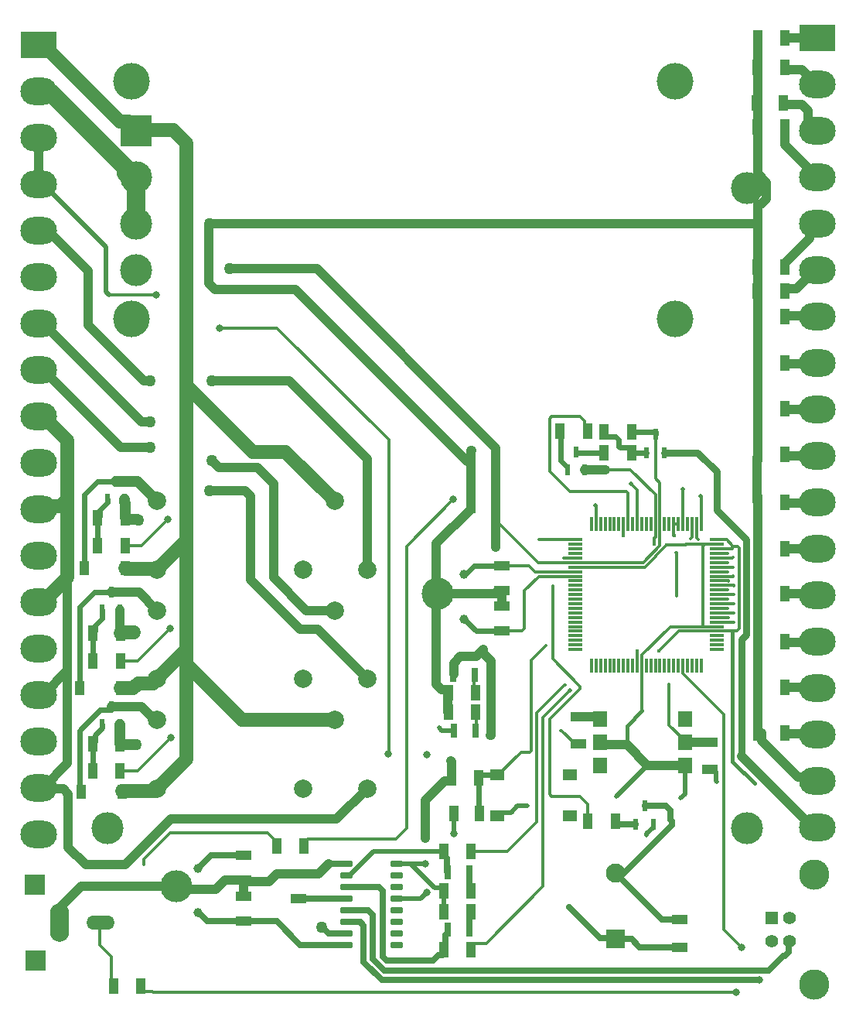
<source format=gtl>
G04*
G04 #@! TF.GenerationSoftware,Altium Limited,Altium Designer,22.9.1 (49)*
G04*
G04 Layer_Physical_Order=1*
G04 Layer_Color=255*
%FSLAX44Y44*%
%MOMM*%
G71*
G04*
G04 #@! TF.SameCoordinates,3AF70149-3D4E-492E-B143-9ECFE05FD8F5*
G04*
G04*
G04 #@! TF.FilePolarity,Positive*
G04*
G01*
G75*
%ADD15C,0.5000*%
%ADD18R,0.3000X1.5000*%
%ADD19R,1.5000X0.3000*%
%ADD20R,1.0400X1.7800*%
%ADD21R,1.7800X1.0400*%
%ADD22R,1.0500X1.8000*%
%ADD23R,1.8000X1.0500*%
%ADD24R,1.5500X1.3000*%
G04:AMPARAMS|DCode=25|XSize=1.26mm|YSize=0.59mm|CornerRadius=0.0738mm|HoleSize=0mm|Usage=FLASHONLY|Rotation=90.000|XOffset=0mm|YOffset=0mm|HoleType=Round|Shape=RoundedRectangle|*
%AMROUNDEDRECTD25*
21,1,1.2600,0.4425,0,0,90.0*
21,1,1.1125,0.5900,0,0,90.0*
1,1,0.1475,0.2213,0.5563*
1,1,0.1475,0.2213,-0.5563*
1,1,0.1475,-0.2213,-0.5563*
1,1,0.1475,-0.2213,0.5563*
%
%ADD25ROUNDEDRECTD25*%
%ADD26R,1.5200X1.7800*%
%ADD27R,0.8000X1.5000*%
G04:AMPARAMS|DCode=28|XSize=1.31mm|YSize=0.62mm|CornerRadius=0.0775mm|HoleSize=0mm|Usage=FLASHONLY|Rotation=0.000|XOffset=0mm|YOffset=0mm|HoleType=Round|Shape=RoundedRectangle|*
%AMROUNDEDRECTD28*
21,1,1.3100,0.4650,0,0,0.0*
21,1,1.1550,0.6200,0,0,0.0*
1,1,0.1550,0.5775,-0.2325*
1,1,0.1550,-0.5775,-0.2325*
1,1,0.1550,-0.5775,0.2325*
1,1,0.1550,0.5775,0.2325*
%
%ADD28ROUNDEDRECTD28*%
%ADD29R,1.0000X1.5000*%
%ADD30C,3.5000*%
%ADD63C,0.3000*%
%ADD64C,0.6000*%
%ADD65C,1.0000*%
%ADD66C,0.7000*%
%ADD67C,0.4000*%
%ADD68C,0.8000*%
%ADD69C,1.5000*%
%ADD70C,2.0000*%
%ADD71C,1.2000*%
%ADD72R,2.2000X2.2000*%
%ADD73O,3.1000X1.5500*%
%ADD74O,2.1000X4.2000*%
%ADD75C,3.3160*%
%ADD76C,1.4080*%
%ADD77R,1.4080X1.4080*%
%ADD78R,3.5000X3.5000*%
%ADD79C,4.0000*%
%ADD80C,1.0070*%
%ADD81O,4.0000X3.0000*%
%ADD82R,4.0000X3.0000*%
%ADD83R,2.1000X2.1000*%
%ADD84C,2.1000*%
%ADD85C,2.0000*%
%ADD86C,0.3000*%
%ADD87C,0.4000*%
%ADD88C,0.8000*%
%ADD89C,0.5000*%
%ADD90C,1.2700*%
D15*
X762018Y254256D02*
X764768Y251506D01*
Y241838D02*
X766100Y240506D01*
X764768Y241838D02*
Y251506D01*
X758268Y254256D02*
X762018D01*
X97000Y776435D02*
Y825824D01*
Y776435D02*
X99929Y773506D01*
X100256D01*
X28268Y894556D02*
X97000Y825824D01*
X23268Y894556D02*
X28268D01*
X466675Y98806D02*
Y122248D01*
X655418Y224356D02*
X689918Y258856D01*
X540268Y207006D02*
X547518Y214256D01*
X558268D01*
X461768Y299756D02*
X464768Y296756D01*
X477768D01*
X528768Y207006D02*
X540268D01*
X525018Y203256D02*
X528768Y207006D01*
X726268Y222756D02*
X730718Y227206D01*
Y258856D01*
X688768Y183706D02*
X696268Y191206D01*
X688768Y182256D02*
Y183706D01*
X696268Y191206D02*
Y194556D01*
X389468Y164256D02*
X466675D01*
X363718Y138506D02*
X389468Y164256D01*
X360268Y138506D02*
X363718D01*
X478168Y183856D02*
Y205656D01*
Y183856D02*
X478268Y183756D01*
X478068Y205756D02*
X478168Y205656D01*
X446718Y151206D02*
X446768Y151256D01*
X430647Y151206D02*
X446718D01*
X441868Y113106D02*
X448518Y119756D01*
X415268Y113106D02*
X441868D01*
X456854Y124999D02*
X463925D01*
X466675Y122248D01*
X430647Y151206D02*
X456854Y124999D01*
X415268Y151206D02*
X430647D01*
D18*
X748568Y523017D02*
D03*
X743568D02*
D03*
X738568D02*
D03*
X733568D02*
D03*
X728568D02*
D03*
X723568D02*
D03*
X718568D02*
D03*
X713568D02*
D03*
X708568D02*
D03*
X703568D02*
D03*
X698568D02*
D03*
X693568D02*
D03*
X688568D02*
D03*
X683568D02*
D03*
X678568D02*
D03*
X673568D02*
D03*
X668568D02*
D03*
X663568D02*
D03*
X658568D02*
D03*
X653568D02*
D03*
X648568D02*
D03*
X643568D02*
D03*
X638568D02*
D03*
X633568D02*
D03*
X628568D02*
D03*
Y368017D02*
D03*
X633568D02*
D03*
X638568D02*
D03*
X643568D02*
D03*
X648568D02*
D03*
X653568D02*
D03*
X658568D02*
D03*
X663568D02*
D03*
X668568D02*
D03*
X673568D02*
D03*
X678568D02*
D03*
X683568D02*
D03*
X688568D02*
D03*
X693568D02*
D03*
X698568D02*
D03*
X703568D02*
D03*
X708568D02*
D03*
X713568D02*
D03*
X718568D02*
D03*
X723568D02*
D03*
X728568D02*
D03*
X733568D02*
D03*
X738568D02*
D03*
X743568D02*
D03*
X748568D02*
D03*
D19*
X611068Y505517D02*
D03*
Y500517D02*
D03*
Y495517D02*
D03*
Y490517D02*
D03*
Y485517D02*
D03*
Y480517D02*
D03*
Y475517D02*
D03*
Y470517D02*
D03*
Y465517D02*
D03*
Y460517D02*
D03*
Y455517D02*
D03*
Y450517D02*
D03*
Y445517D02*
D03*
Y440517D02*
D03*
Y435517D02*
D03*
Y430517D02*
D03*
Y425517D02*
D03*
Y420517D02*
D03*
Y415517D02*
D03*
Y410517D02*
D03*
Y405517D02*
D03*
Y400517D02*
D03*
Y395517D02*
D03*
Y390517D02*
D03*
Y385517D02*
D03*
X766068D02*
D03*
Y390517D02*
D03*
Y395517D02*
D03*
Y400517D02*
D03*
Y405517D02*
D03*
Y410517D02*
D03*
Y415517D02*
D03*
Y420517D02*
D03*
Y425517D02*
D03*
Y430517D02*
D03*
Y435517D02*
D03*
Y440517D02*
D03*
Y445517D02*
D03*
Y450517D02*
D03*
Y455517D02*
D03*
Y460517D02*
D03*
Y465517D02*
D03*
Y470517D02*
D03*
Y475517D02*
D03*
Y480517D02*
D03*
Y485517D02*
D03*
Y490517D02*
D03*
Y495517D02*
D03*
Y500517D02*
D03*
Y505517D02*
D03*
D20*
X505468Y205756D02*
D03*
X478068D02*
D03*
X523968Y587756D02*
D03*
X496568D02*
D03*
X523968Y565756D02*
D03*
X496568D02*
D03*
X523968Y542756D02*
D03*
X496568D02*
D03*
D21*
X530268Y432956D02*
D03*
Y405556D02*
D03*
Y449556D02*
D03*
Y476956D02*
D03*
X307768Y140456D02*
D03*
Y113056D02*
D03*
X247768Y160456D02*
D03*
Y133056D02*
D03*
Y88056D02*
D03*
Y115456D02*
D03*
D22*
X87768Y499256D02*
D03*
X117768D02*
D03*
X87768Y529256D02*
D03*
X117768D02*
D03*
X82518Y252256D02*
D03*
X112518D02*
D03*
X283750Y170750D02*
D03*
X313750D02*
D03*
X82518Y282256D02*
D03*
X112518D02*
D03*
X105000Y17000D02*
D03*
X135000D02*
D03*
X672518Y623756D02*
D03*
X642518D02*
D03*
X672518Y600756D02*
D03*
X642518D02*
D03*
X505418Y244756D02*
D03*
X475418D02*
D03*
X594000Y624000D02*
D03*
X624000D02*
D03*
X471768Y316756D02*
D03*
X501768D02*
D03*
X496675Y164256D02*
D03*
X466675D02*
D03*
X496675Y56756D02*
D03*
X466675D02*
D03*
X471768Y337756D02*
D03*
X501768D02*
D03*
X654768Y197256D02*
D03*
X624768D02*
D03*
X466675Y98806D02*
D03*
X496675D02*
D03*
X466675Y121756D02*
D03*
X496675D02*
D03*
X82768Y403256D02*
D03*
X112768D02*
D03*
X82768Y373256D02*
D03*
X112768D02*
D03*
X840268Y394256D02*
D03*
X810268D02*
D03*
X840268Y599256D02*
D03*
X810268D02*
D03*
X840268Y446756D02*
D03*
X810268D02*
D03*
X840268Y495456D02*
D03*
X810268D02*
D03*
X840268Y344256D02*
D03*
X810268D02*
D03*
X840268Y699256D02*
D03*
X810268D02*
D03*
X840268Y546756D02*
D03*
X810268D02*
D03*
X840268Y294256D02*
D03*
X810268D02*
D03*
X840268Y749256D02*
D03*
X810268D02*
D03*
X840000Y778000D02*
D03*
X810000D02*
D03*
X840000Y804000D02*
D03*
X810000D02*
D03*
X840000Y957000D02*
D03*
X810000D02*
D03*
X839000Y983000D02*
D03*
X809000D02*
D03*
X840000Y1022000D02*
D03*
X810000D02*
D03*
X840268Y1054256D02*
D03*
X810268D02*
D03*
X840268Y649256D02*
D03*
X810268D02*
D03*
D23*
X725000Y60000D02*
D03*
Y90000D02*
D03*
X758268Y254256D02*
D03*
Y284256D02*
D03*
X614268Y312256D02*
D03*
Y282256D02*
D03*
D24*
X525018Y248256D02*
D03*
Y203256D02*
D03*
X604518Y248256D02*
D03*
Y203256D02*
D03*
D25*
X98309Y549456D02*
D03*
X117309D02*
D03*
X107809Y569056D02*
D03*
X689018Y600956D02*
D03*
X708018D02*
D03*
X698518Y620556D02*
D03*
X602018Y581956D02*
D03*
X621018D02*
D03*
X611518Y601556D02*
D03*
X677268Y194556D02*
D03*
X696268D02*
D03*
X686768Y214156D02*
D03*
X93059Y303256D02*
D03*
X112059D02*
D03*
X102559Y322856D02*
D03*
X93059Y428456D02*
D03*
X112059D02*
D03*
X102559Y448056D02*
D03*
D26*
X730718Y309656D02*
D03*
Y284256D02*
D03*
Y258856D02*
D03*
X637818D02*
D03*
Y284256D02*
D03*
Y309656D02*
D03*
D27*
X477768Y296756D02*
D03*
X501768D02*
D03*
X476768Y357756D02*
D03*
X500768D02*
D03*
X494768Y79256D02*
D03*
X470768D02*
D03*
X494768Y141756D02*
D03*
X470768D02*
D03*
D28*
X415268Y151206D02*
D03*
Y138506D02*
D03*
X360268Y62306D02*
D03*
X415268Y75006D02*
D03*
X360268D02*
D03*
Y100406D02*
D03*
X415268Y62306D02*
D03*
X360268Y87706D02*
D03*
X415268D02*
D03*
Y100406D02*
D03*
Y125806D02*
D03*
X360268Y113106D02*
D03*
Y125806D02*
D03*
Y151206D02*
D03*
X415268Y113106D02*
D03*
X360268Y138506D02*
D03*
D29*
X118018Y474256D02*
D03*
X73018D02*
D03*
X112768Y343256D02*
D03*
X67768D02*
D03*
X115000Y230000D02*
D03*
X70000D02*
D03*
D30*
X460322Y446326D02*
D03*
X174268Y126506D02*
D03*
X129768Y851656D02*
D03*
Y800856D02*
D03*
Y902456D02*
D03*
X799000Y890000D02*
D03*
X798906Y189614D02*
D03*
X99000Y190000D02*
D03*
D63*
X773024Y79000D02*
Y314753D01*
X728568Y359209D02*
X773024Y314753D01*
Y79000D02*
X792768Y59256D01*
X620705Y630154D02*
X626137Y624722D01*
X620705Y630154D02*
Y635319D01*
X616018Y640006D02*
X620705Y635319D01*
X777918Y490517D02*
X778018Y490617D01*
X766068Y490517D02*
X777918D01*
X138000Y155750D02*
X166850Y184600D01*
X138000Y150000D02*
Y155750D01*
X414505Y178250D02*
X426018Y189763D01*
X317500Y178250D02*
X414505D01*
X273650Y184600D02*
X283750Y174500D01*
X166850Y184600D02*
X273650D01*
X283750Y170750D02*
Y174500D01*
X314000Y170250D02*
Y174750D01*
X317500Y178250D01*
X582768Y580006D02*
Y638249D01*
X584525Y640006D02*
X616018D01*
X582768Y638249D02*
X584525Y640006D01*
X582768Y580006D02*
X604768Y558006D01*
X782517Y485517D02*
X783750Y486750D01*
X766068Y485517D02*
X782517D01*
X782500Y405517D02*
X787517D01*
X766068D02*
X782500D01*
X724029D02*
X766068D01*
X728568Y359209D02*
Y368017D01*
X783124Y495517D02*
Y499126D01*
X788743Y497832D02*
X790500Y496075D01*
X784418Y497832D02*
X788743D01*
X790500Y408500D02*
Y496075D01*
X784300Y435517D02*
X784500Y435317D01*
X784733Y425517D02*
X784750Y425500D01*
X766068Y425517D02*
X784733D01*
X784661Y415517D02*
X784750Y415606D01*
X766068Y435517D02*
X784300D01*
X783124Y499126D02*
X784418Y497832D01*
X787517Y405517D02*
X790500Y408500D01*
X766068Y415517D02*
X784661D01*
X766068Y475517D02*
X783900D01*
X784000Y475417D01*
X783900Y465517D02*
X784000Y465617D01*
X766068Y465517D02*
X783900D01*
X766068Y455517D02*
X784133D01*
X784250Y455400D01*
X784233Y445517D02*
X784250Y445500D01*
X766068Y445517D02*
X784233D01*
X766068Y420517D02*
X778650D01*
X778750Y420417D01*
X738568Y508068D02*
Y523017D01*
X737000Y506500D02*
X738568Y508068D01*
X743568Y507099D02*
X745250Y505417D01*
X743568Y507099D02*
Y523017D01*
X610518Y282256D02*
X614268D01*
X596024Y296750D02*
X610518Y282256D01*
X594750Y296750D02*
X596024D01*
X776733Y505517D02*
X783124Y499126D01*
X766068Y505517D02*
X776733D01*
X697500Y507556D02*
X698568Y508625D01*
X697500Y500625D02*
Y507556D01*
X698568Y508625D02*
Y523017D01*
Y554956D01*
X732310Y500517D02*
X752583D01*
X699044Y487282D02*
Y487602D01*
X731543Y499750D02*
X732310Y500517D01*
X699044Y487602D02*
X711000Y499558D01*
X687280Y475517D02*
X699044Y487282D01*
X711000Y499750D02*
X731543D01*
X711000Y499558D02*
Y499750D01*
X698518Y572732D02*
Y620556D01*
X703568Y499056D02*
Y523017D01*
X698518Y572732D02*
X703568Y567682D01*
Y523017D02*
Y567682D01*
X671268Y582256D02*
X698568Y554956D01*
X714767Y410517D02*
X750518D01*
X683568Y379318D02*
X714767Y410517D01*
X683568Y368017D02*
Y379318D01*
X678768Y383235D02*
Y383506D01*
X678568Y383036D02*
X678768Y383235D01*
X678568Y368017D02*
Y383036D01*
X136518Y11756D02*
X147957D01*
X132768Y15506D02*
Y19256D01*
Y15506D02*
X136518Y11756D01*
X147957D02*
X148963Y10750D01*
X90268Y62361D02*
X102768Y49861D01*
Y19256D02*
Y49861D01*
X90268Y62361D02*
Y91756D01*
X100256Y773506D02*
X152018D01*
X148963Y10750D02*
X787250D01*
X766068Y495517D02*
X783124D01*
X777900Y430517D02*
X778000Y430417D01*
X766068Y430517D02*
X777900D01*
X777650Y470517D02*
X777750Y470617D01*
X766068Y470517D02*
X777650D01*
X777592Y480517D02*
X777692Y480417D01*
X766068Y480517D02*
X777592D01*
X513268Y64256D02*
X575518Y126506D01*
X500425Y64256D02*
X513268D01*
X575518Y126506D02*
Y310756D01*
X496675Y60506D02*
X500425Y64256D01*
X597768Y485506D02*
X597780Y485517D01*
X611068D01*
X563018Y373506D02*
X579018Y389506D01*
Y390006D01*
X561261Y273256D02*
X563018Y275013D01*
Y373506D01*
X551268Y273256D02*
X561261D01*
X525018Y248256D02*
X526268D01*
X551268Y273256D01*
X570768Y505506D02*
X570779Y505517D01*
X611068D01*
X750518Y410517D02*
X766068D01*
X752583Y500517D02*
X766068D01*
X750518Y498453D02*
X752583Y500517D01*
X750518Y410517D02*
Y498453D01*
X586268Y455006D02*
X586518Y455256D01*
X586268Y375006D02*
Y455006D01*
Y375006D02*
X614268Y347006D01*
X614268D02*
X616026Y345249D01*
X614268Y347006D02*
X614268D01*
X582518Y309256D02*
X616026Y342763D01*
Y345249D01*
X582518Y227006D02*
Y309256D01*
X584768Y224756D02*
X616268D01*
X582518Y227006D02*
X584768Y224756D01*
X616268D02*
X624768Y216256D01*
Y197256D02*
Y216256D01*
X721687Y443712D02*
Y491087D01*
X721268Y491506D02*
X721687Y491087D01*
X713268Y303006D02*
X730718Y285556D01*
Y284256D02*
Y285556D01*
X713268Y303006D02*
Y347506D01*
X568768Y316256D02*
X599268Y346756D01*
X600268D01*
X568768Y197006D02*
Y316256D01*
X536018Y164256D02*
X568768Y197006D01*
X496675Y164256D02*
X536018D01*
X575518Y310756D02*
X605268Y340506D01*
X496675Y56756D02*
Y60506D01*
X448018Y270256D02*
X448526D01*
X766068Y440517D02*
X777757D01*
X777768Y440506D01*
X766068Y450517D02*
X778007D01*
X778018Y450506D01*
X766068Y460517D02*
X778257D01*
X778268Y460506D01*
X611068Y475517D02*
X687280D01*
X685030Y480517D02*
X703568Y499056D01*
X611068Y480517D02*
X685030D01*
X570007D02*
X611068D01*
X702268Y383756D02*
X724029Y405517D01*
X644018Y582256D02*
X671268D01*
X663518Y516506D02*
X663568Y516556D01*
X663518Y510006D02*
Y516506D01*
X663568Y516556D02*
Y523017D01*
X718568Y510206D02*
Y523017D01*
Y510206D02*
X719018Y509756D01*
X718568Y523017D02*
X723568D01*
X668568D02*
Y556199D01*
X666761Y558006D02*
X668568Y556199D01*
X604768Y558006D02*
X666761D01*
X633568Y523017D02*
Y542456D01*
X633268Y542756D02*
X633568Y542456D01*
X748568Y523017D02*
Y552403D01*
X747952Y553019D02*
X748568Y552403D01*
X112518Y252256D02*
X131768D01*
X168268Y288756D01*
X728568Y523017D02*
Y560556D01*
X728768Y560756D01*
X112768Y373256D02*
X131768D01*
X167018Y408506D01*
X678568Y523017D02*
Y559706D01*
X671768Y566506D02*
X678568Y559706D01*
X136018Y499256D02*
X164768Y528006D01*
X117768Y499256D02*
X136018D01*
X405768Y271006D02*
X406518Y271756D01*
Y614756D01*
X284268Y737006D02*
X406518Y614756D01*
X221268Y737006D02*
X284268D01*
X426018Y189763D02*
Y498256D01*
X477268Y549506D01*
X683597Y318361D02*
Y367988D01*
X523968Y526556D02*
X570007Y480517D01*
X501768Y316756D02*
X502768Y315756D01*
Y296756D02*
Y315756D01*
X499768Y339756D02*
X501768Y337756D01*
X499768Y339756D02*
Y357756D01*
X570808Y465517D02*
X611068D01*
X555268Y449977D02*
X570808Y465517D01*
X560268Y477256D02*
X567007Y470517D01*
X611068D01*
X555268Y408256D02*
Y449977D01*
X552568Y405556D02*
X555268Y408256D01*
X530268Y405556D02*
X552568D01*
X530568Y477256D02*
X560268D01*
X530268Y476956D02*
X530568Y477256D01*
D64*
X595000Y592224D02*
Y623796D01*
Y592224D02*
X601968Y585256D01*
X67768Y228256D02*
Y296756D01*
X90568Y319556D01*
X67768Y431756D02*
X84068Y448056D01*
X67768Y343256D02*
Y431756D01*
X611518Y600806D02*
X611568Y600756D01*
X611518Y600806D02*
Y601556D01*
X670268Y606241D02*
X672518Y603991D01*
X644768Y618756D02*
X654518D01*
X659548Y606241D02*
X670268D01*
X611568Y600756D02*
X642518D01*
X658518Y607271D02*
X659548Y606241D01*
X642518Y621006D02*
X644768Y618756D01*
X654518D02*
X658518Y614756D01*
Y607271D02*
Y614756D01*
X642518Y621006D02*
Y623756D01*
X698468D02*
X698518Y623706D01*
X672718Y600956D02*
X689018D01*
X672518Y600756D02*
Y603991D01*
Y600756D02*
X672718Y600956D01*
X698518Y620556D02*
Y623706D01*
X672518Y623756D02*
X698468D01*
X87768Y569256D02*
X107759D01*
X107809Y569056D02*
Y569206D01*
X107759Y569256D02*
X107809Y569206D01*
X73018Y474256D02*
Y554506D01*
X87768Y569256D01*
X84068Y448056D02*
X102559D01*
X90568Y319556D02*
X102509D01*
X102559Y319606D02*
Y322856D01*
X102509Y319556D02*
X102559Y319606D01*
X93059Y419547D02*
Y428456D01*
X85018Y405506D02*
Y411506D01*
X82768Y403256D02*
X85018Y405506D01*
Y411506D02*
X93059Y419547D01*
X112059Y428456D02*
X112109Y428406D01*
Y403915D02*
X112768Y403256D01*
X489268Y418856D02*
X502568Y405556D01*
X530268D01*
X490369Y467656D02*
X499669Y476956D01*
X489268Y467656D02*
X490369D01*
X499669Y476956D02*
X530268D01*
X505418Y246006D02*
X507668Y248256D01*
X505418Y244756D02*
Y246006D01*
X507668Y248256D02*
X525018D01*
X505418Y244756D02*
X505443Y244731D01*
Y205781D02*
Y244731D01*
Y205781D02*
X505468Y205756D01*
X82518Y252256D02*
Y282256D01*
X84768Y284506D02*
Y291715D01*
X93059Y300006D02*
Y303256D01*
X84768Y291715D02*
X93059Y300006D01*
X82518Y282256D02*
X84768Y284506D01*
X82768Y373256D02*
Y403256D01*
X82768Y373256D02*
X82768Y373256D01*
X87768Y499256D02*
Y529256D01*
X90018Y531506D02*
Y537915D01*
X98309Y546206D02*
Y549456D01*
X90018Y537915D02*
X98309Y546206D01*
X87768Y529256D02*
X90018Y531506D01*
D65*
X167750Y199750D02*
X349262Y199750D01*
X74750Y150250D02*
X118250D01*
X167750Y199750D01*
X840000Y1020250D02*
Y1022000D01*
Y1020250D02*
X840250Y1020000D01*
X859000D01*
X875194Y1003806D02*
X876018D01*
X859000Y1020000D02*
X875194Y1003806D01*
X840000Y807750D02*
X867191Y834941D01*
Y842579D01*
X840000Y804000D02*
Y807750D01*
X867191Y842579D02*
X876018Y851406D01*
X840000Y778000D02*
Y780071D01*
X840250Y780321D02*
X853142D01*
X874652Y801831D02*
X877593D01*
X840000Y780071D02*
X840250Y780321D01*
X853142D02*
X874652Y801831D01*
X840250Y937974D02*
Y953000D01*
Y937974D02*
X876018Y902206D01*
X866000Y963024D02*
Y975000D01*
X859000Y982000D02*
X866000Y975000D01*
X840000Y982000D02*
X859000D01*
X839000Y983000D02*
X840000Y982000D01*
X866000Y963024D02*
X876018Y953006D01*
X810268Y906000D02*
X820000Y896268D01*
X810268Y906000D02*
Y954256D01*
Y851756D02*
Y872000D01*
Y848006D02*
Y851756D01*
X820000Y878000D02*
Y896268D01*
X810268Y872000D02*
X814000D01*
X820000Y878000D01*
X810268Y848006D02*
X810518Y847756D01*
X55868Y169132D02*
Y227614D01*
Y169132D02*
X74750Y150250D01*
X349262Y199750D02*
X382768Y233256D01*
X28268Y234156D02*
X28952Y233472D01*
X50010D02*
X55868Y227614D01*
X23268Y234156D02*
X28268D01*
X28952Y233472D02*
X50010D01*
X28268Y234156D02*
X55000Y260888D01*
X793250Y268774D02*
X871018Y191006D01*
X810268Y294256D02*
Y394256D01*
Y446756D01*
Y495456D01*
X815268Y285304D02*
Y294256D01*
X810268Y495456D02*
Y546756D01*
X810018Y547006D02*
Y595256D01*
X810268Y595506D02*
Y649256D01*
Y699256D01*
X810018Y547006D02*
X810268Y546756D01*
Y699256D02*
Y749256D01*
Y805506D01*
Y954256D02*
Y1004256D01*
Y1054256D01*
X810518Y809185D02*
Y847756D01*
X810518Y809185D02*
X810518Y809185D01*
X810518Y805756D02*
Y809185D01*
X810268Y805506D02*
X810518Y805756D01*
X209792Y786388D02*
Y851030D01*
X216650Y779530D02*
X304592D01*
X492442Y591680D01*
X496368Y591656D01*
X496542Y591680D01*
X210042Y851280D02*
X809469D01*
X458542Y444547D02*
X460322Y446326D01*
X458542Y347638D02*
Y444547D01*
Y347638D02*
X464400Y341780D01*
X471359Y341713D01*
X471518D01*
X471768Y337756D01*
X496342Y539080D02*
Y542530D01*
X458542Y501280D02*
X496342Y539080D01*
X458542Y448106D02*
Y501280D01*
X871966Y241806D02*
X875817D01*
X871966D02*
Y241913D01*
X871151Y242728D02*
X871966Y241913D01*
X868222Y245657D02*
X871151Y242728D01*
X854916Y245657D02*
X868222D01*
X815268Y285304D02*
X854916Y245657D01*
X526342Y449580D02*
X530244D01*
X460525Y446530D02*
X523292D01*
X471542Y316982D02*
Y337530D01*
X496542Y603030D02*
X497018Y603506D01*
X496542Y591680D02*
Y603030D01*
X209792Y786388D02*
X216650Y779530D01*
X523292Y446530D02*
X526342Y449580D01*
X530042Y433182D02*
Y449330D01*
X496342Y542982D02*
Y565530D01*
X458542Y448106D02*
X460322Y446326D01*
X496342Y565982D02*
Y587530D01*
X55000Y260888D02*
Y362488D01*
Y464088D01*
X23268Y335756D02*
X28268D01*
X55000Y362488D01*
X45268Y102256D02*
X69518Y126506D01*
X45268Y91756D02*
Y102256D01*
X159518Y126506D02*
X163018Y123006D01*
X217268D01*
X69518Y126506D02*
X159518D01*
X112868Y606756D02*
X145268D01*
X23268Y691356D02*
X28268D01*
X112868Y606756D01*
X135651Y634773D02*
X144752D01*
X23268Y742156D02*
X28268D01*
X135651Y634773D01*
X144752D02*
X145268Y634256D01*
X77750Y740524D02*
Y799686D01*
X33680Y843756D02*
X77750Y799686D01*
X23268Y843756D02*
X33680D01*
X77750Y740524D02*
X138502Y679773D01*
X23268Y894556D02*
Y945356D01*
X841500Y293500D02*
X877000D01*
X842000Y343750D02*
X877500D01*
X841500Y393000D02*
X877000D01*
X840250Y446750D02*
X875750D01*
X841500Y495250D02*
X877000D01*
X841000Y545750D02*
X876500D01*
X841750Y597250D02*
X877250D01*
X840250Y648000D02*
X875750D01*
X841750Y698250D02*
X877250D01*
X841343Y750081D02*
X876843D01*
X875843Y851581D02*
X876018Y851406D01*
X840443Y1054431D02*
X875843D01*
X876018Y1054606D01*
X840268Y1054256D02*
X840443Y1054431D01*
X871018Y191006D02*
X876018D01*
X523968Y565756D02*
Y605556D01*
X138502Y679773D02*
X144752D01*
X145268Y679256D01*
X475168Y245006D02*
Y262856D01*
X474768Y263256D02*
X475168Y262856D01*
Y245006D02*
X475418Y244756D01*
X518518Y292006D02*
Y373006D01*
X518018Y291506D02*
X518518Y292006D01*
X510268Y381256D02*
Y385256D01*
Y381256D02*
X518518Y373006D01*
X523968Y526556D02*
Y542756D01*
Y497556D02*
Y526556D01*
X477768Y370648D02*
X484876Y377756D01*
X502768D01*
X477768Y358756D02*
Y370648D01*
X502768Y377756D02*
X510268Y385256D01*
X523968Y497556D02*
X524018Y497506D01*
X327768Y801756D02*
X523968Y605556D01*
X232768Y801756D02*
X327768D01*
X840268Y293681D02*
X840518Y293431D01*
X840268Y293681D02*
Y294256D01*
Y343656D02*
X840518Y343406D01*
X840268Y343656D02*
Y344256D01*
Y394256D02*
X840293Y394231D01*
X840268Y445256D02*
X840518Y445006D01*
X840268Y445256D02*
Y446756D01*
Y495456D02*
Y495556D01*
X840518Y495806D01*
X840268Y546756D02*
X840343Y546681D01*
X840268Y598581D02*
X840518Y598331D01*
X840268Y598581D02*
Y599256D01*
Y648456D02*
Y649256D01*
Y648456D02*
X840518Y648206D01*
X840268Y699256D02*
X840518Y699006D01*
X840268Y699256D02*
Y699256D01*
Y749256D02*
Y749556D01*
X840518Y749806D01*
X621018Y581956D02*
X621318Y582256D01*
X644018D01*
X446768Y220506D02*
X467518Y241256D01*
X475418Y244577D02*
Y244756D01*
X446768Y178756D02*
Y220506D01*
X467518Y241827D02*
X472668D01*
X475418Y244577D01*
X467518Y241256D02*
Y241827D01*
X730718Y284256D02*
X758268D01*
X614518Y312006D02*
X635468D01*
X614268Y312256D02*
X614518Y312006D01*
X635468D02*
X637818Y309656D01*
Y284106D02*
X640418Y281506D01*
X637818Y284106D02*
Y284256D01*
X640418Y281506D02*
X667268D01*
X689918Y258856D02*
X730718D01*
X667268Y281506D02*
X689918Y258856D01*
X217268Y123006D02*
X227118Y132856D01*
X247568D01*
X247768Y133056D01*
X212768Y679256D02*
X297768D01*
X382768Y594256D01*
X255268Y461756D02*
Y553398D01*
X249410Y559256D02*
X255268Y553398D01*
X210268Y559256D02*
X249410D01*
X255268Y461756D02*
X309811Y407213D01*
X328811D01*
X382768Y353256D01*
X220268Y584256D02*
X262768D01*
X280268Y566756D01*
X212768Y591756D02*
X220268Y584256D01*
X280268Y464256D02*
Y566756D01*
Y464256D02*
X316268Y428256D01*
X347768D01*
X382768Y472756D02*
Y594256D01*
X150062Y308256D02*
X152768D01*
X135462Y322856D02*
X150062Y308256D01*
X102559Y322856D02*
X135462D01*
X112109Y403915D02*
Y428406D01*
X132968Y448056D02*
X152768Y428256D01*
X102559Y448056D02*
X132968D01*
X247768Y115456D02*
Y133056D01*
X249068Y131756D01*
X275268D01*
X283968Y140456D02*
X307768D01*
X275268Y131756D02*
X283968Y140456D01*
X307768D02*
X330018D01*
X340768Y151206D01*
X523968Y542756D02*
Y565756D01*
D66*
X655000Y141000D02*
X706000Y90000D01*
X725000D01*
X681512Y60000D02*
X725000D01*
X672512Y69000D02*
X681512Y60000D01*
X654076Y69924D02*
X655000Y69000D01*
X638101Y69924D02*
X654076D01*
X655000Y69000D02*
X672512D01*
X604018Y104006D02*
X638101Y69924D01*
X655000Y141000D02*
X664262D01*
X402018Y34256D02*
X822768D01*
X839012Y50500D01*
X389018Y47256D02*
X402018Y34256D01*
X840399Y50500D02*
X844414Y54514D01*
Y65401D02*
X845768Y66756D01*
X844414Y54514D02*
Y65401D01*
X389018Y47256D02*
Y95006D01*
X839012Y50500D02*
X840399D01*
X643508Y24256D02*
X812768D01*
X643008Y23756D02*
X643508Y24256D01*
X379268Y43506D02*
X399018Y23756D01*
X643008D01*
X375168Y87706D02*
X379268Y83605D01*
X360268Y87706D02*
X375168D01*
X379268Y43506D02*
Y83605D01*
X383618Y100406D02*
X389018Y95006D01*
X403869Y45506D02*
X455425D01*
X461175Y51256D01*
X399768Y49607D02*
Y121706D01*
X464925Y51256D02*
X466675Y53006D01*
X461175Y51256D02*
X464925D01*
X399768Y49607D02*
X403869Y45506D01*
X466675Y53006D02*
Y56756D01*
X360268Y100406D02*
X383618D01*
X360268Y125806D02*
X395668D01*
X399768Y121706D01*
X341060Y75006D02*
X360268D01*
X334310Y81756D02*
X341060Y75006D01*
X332768Y81756D02*
X334310D01*
X212068Y160456D02*
X247768D01*
X197768Y146156D02*
X212068Y160456D01*
X283968Y88056D02*
X309718Y62306D01*
X360268D01*
X247768Y88056D02*
X283968D01*
X197768Y97356D02*
X198599D01*
X207899Y88056D02*
X247768D01*
X198599Y97356D02*
X207899Y88056D01*
X340768Y151206D02*
X360268D01*
X307768Y113056D02*
X307793Y113081D01*
X360243D02*
X360268Y113106D01*
X307793Y113081D02*
X360243D01*
X470768Y75756D02*
Y79256D01*
X466675Y56756D02*
X468425Y58506D01*
Y73413D01*
X470768Y75756D01*
X495268Y79756D02*
Y97399D01*
X496675Y98806D01*
X494768Y79256D02*
X495268Y79756D01*
X466675Y160506D02*
X470268Y156913D01*
Y142256D02*
X470768Y141756D01*
X470268Y142256D02*
Y156913D01*
X466675Y160506D02*
Y164256D01*
X495268Y123163D02*
Y141256D01*
Y123163D02*
X496675Y121756D01*
X494768Y141756D02*
X495268Y141256D01*
X654768Y196306D02*
X656518Y194556D01*
X654768Y196306D02*
Y197256D01*
X656518Y194556D02*
X677268D01*
X686768Y214156D02*
X710018D01*
X715018Y199006D02*
Y209156D01*
X710018Y214156D02*
X715018Y209156D01*
Y199006D02*
X716768Y197256D01*
X664262Y141000D02*
X716768Y193506D01*
Y197256D01*
D67*
X783000Y263000D02*
Y405017D01*
Y263000D02*
X807000Y239000D01*
X667268Y302032D02*
X683597Y318361D01*
X667268Y281506D02*
Y302032D01*
D68*
X797900Y401400D02*
Y505600D01*
X793250Y396750D02*
X797900Y401400D01*
X793250Y268774D02*
Y396750D01*
X765750Y537750D02*
X797900Y505600D01*
X744794Y600956D02*
X765750Y580000D01*
X708018Y600956D02*
X744794D01*
X765750Y537750D02*
Y580000D01*
D69*
X111968Y963256D02*
X121118D01*
X130268Y954106D01*
X28268Y1046956D02*
X111968Y963256D01*
X28268Y437356D02*
X55000Y464088D01*
Y549537D01*
X23268Y437356D02*
X28268D01*
X23268Y538956D02*
X26138Y541826D01*
X47289D01*
X55000Y549537D01*
Y613824D01*
X23268Y640556D02*
X28268D01*
X55000Y613824D01*
X23268Y1046956D02*
X28268D01*
X170418Y954106D02*
X185268Y939256D01*
X130268Y954106D02*
X170418D01*
X185268Y674256D02*
Y939256D01*
X114768Y230756D02*
X150268D01*
X152768Y233256D01*
X185268Y505256D02*
Y674256D01*
X257768Y601756D01*
X293768D01*
X347768Y547756D01*
X152768Y353256D02*
X185268Y385756D01*
Y265756D02*
Y369256D01*
X246268Y308256D02*
X347768D01*
X185268Y369256D02*
X246268Y308256D01*
X185268Y369256D02*
Y385756D01*
X113768Y404256D02*
X127768D01*
X112768Y403256D02*
X113768Y404256D01*
X152768Y233256D02*
X185268Y265756D01*
Y385756D02*
Y505256D01*
X152768Y472756D02*
X185268Y505256D01*
X132176Y348664D02*
X148176D01*
X126768Y343256D02*
X132176Y348664D01*
X112768Y343256D02*
X126768D01*
X148176Y348664D02*
X152768Y353256D01*
X118768Y473506D02*
X152018D01*
X152768Y472756D01*
X118018Y474256D02*
X118768Y473506D01*
D70*
X130268Y852506D02*
Y903306D01*
X25181Y994243D02*
X36952D01*
X128739Y902456D02*
X129768D01*
X36952Y994243D02*
X128739Y902456D01*
X23268Y996156D02*
X25181Y994243D01*
X123339Y906176D02*
X127380Y902136D01*
X119132Y906176D02*
X123339D01*
D71*
X117309Y546206D02*
Y549456D01*
X119268Y527756D02*
X131768D01*
X117309Y546206D02*
X117768Y545747D01*
X131768Y527756D02*
X132768Y526756D01*
X117768Y529256D02*
X119268Y527756D01*
X117768Y529256D02*
Y545747D01*
X113018Y281756D02*
X130268D01*
X112518Y282256D02*
X113018Y281756D01*
X112059Y300006D02*
Y303256D01*
X112518Y282256D02*
Y299547D01*
X112059Y300006D02*
X112518Y299547D01*
X131468Y569056D02*
X152768Y547756D01*
X107809Y569056D02*
X131468D01*
D72*
X19000Y128000D02*
D03*
X20000Y45000D02*
D03*
D73*
X91000Y87000D02*
D03*
D74*
X46000D02*
D03*
D75*
X872768Y139456D02*
D03*
Y19056D02*
D03*
D76*
X845768Y91756D02*
D03*
Y66756D02*
D03*
X825768D02*
D03*
D77*
Y91756D02*
D03*
D78*
X129768Y953256D02*
D03*
D79*
X719768Y747056D02*
D03*
Y1007056D02*
D03*
X124768D02*
D03*
Y747056D02*
D03*
D80*
X489268Y467656D02*
D03*
Y418856D02*
D03*
X197768Y97356D02*
D03*
Y146156D02*
D03*
D81*
X876018Y191006D02*
D03*
Y1003806D02*
D03*
Y851406D02*
D03*
Y902206D02*
D03*
Y953006D02*
D03*
Y800606D02*
D03*
Y445006D02*
D03*
Y699006D02*
D03*
Y648206D02*
D03*
Y394206D02*
D03*
Y241806D02*
D03*
Y597406D02*
D03*
Y343406D02*
D03*
Y546606D02*
D03*
Y749806D02*
D03*
Y292606D02*
D03*
Y495806D02*
D03*
X23268Y488156D02*
D03*
Y284956D02*
D03*
Y742156D02*
D03*
Y538956D02*
D03*
Y335756D02*
D03*
Y589756D02*
D03*
Y234156D02*
D03*
Y386556D02*
D03*
Y640556D02*
D03*
Y691356D02*
D03*
Y437356D02*
D03*
Y792956D02*
D03*
Y945356D02*
D03*
Y894556D02*
D03*
Y843756D02*
D03*
Y996156D02*
D03*
Y183356D02*
D03*
D82*
X876018Y1054606D02*
D03*
X23268Y1046956D02*
D03*
D83*
X655000Y69000D02*
D03*
D84*
Y141000D02*
D03*
D85*
X152768Y233256D02*
D03*
X347768Y308256D02*
D03*
X312768Y233256D02*
D03*
X382768D02*
D03*
X152768Y308256D02*
D03*
Y353256D02*
D03*
X347768Y428256D02*
D03*
X312768Y353256D02*
D03*
X382768D02*
D03*
X152768Y428256D02*
D03*
Y472756D02*
D03*
X347768Y547756D02*
D03*
X312768Y472756D02*
D03*
X382768D02*
D03*
X152768Y547756D02*
D03*
D86*
X778018Y490617D02*
D03*
X766100Y240506D02*
D03*
X138000Y150000D02*
D03*
X783750Y486750D02*
D03*
X807000Y239000D02*
D03*
X784750Y425500D02*
D03*
X784500Y435317D02*
D03*
X784750Y415606D02*
D03*
X784000Y475417D02*
D03*
Y465617D02*
D03*
X784250Y455400D02*
D03*
Y445500D02*
D03*
X778750Y420417D02*
D03*
X737000Y506500D02*
D03*
X745250Y505417D02*
D03*
X594750Y296750D02*
D03*
X778000Y430417D02*
D03*
X777750Y470617D02*
D03*
X777692Y480417D02*
D03*
X604018Y104006D02*
D03*
X655268Y224506D02*
D03*
X558268Y214256D02*
D03*
X597768Y485506D02*
D03*
X579018Y390006D02*
D03*
X570768Y505506D02*
D03*
X461768Y299756D02*
D03*
X586518Y455256D02*
D03*
X721268Y491506D02*
D03*
X721687Y443712D02*
D03*
X713268Y347506D02*
D03*
X600268Y346756D02*
D03*
X777768Y440506D02*
D03*
X778018Y450506D02*
D03*
X778268Y460506D02*
D03*
D87*
X697500Y500625D02*
D03*
X711000Y499750D02*
D03*
X678768Y383506D02*
D03*
X702268Y383756D02*
D03*
X644018Y582256D02*
D03*
X497268Y603506D02*
D03*
X663518Y510006D02*
D03*
X719018Y509756D02*
D03*
D88*
X787250Y10750D02*
D03*
X812768Y24256D02*
D03*
X792768Y59256D02*
D03*
X152018Y773506D02*
D03*
X168268Y288756D02*
D03*
X167018Y408506D02*
D03*
X164768Y528006D02*
D03*
X448018Y270256D02*
D03*
X405768Y271006D02*
D03*
X221268Y737006D02*
D03*
X477268Y549506D02*
D03*
X478268Y183756D02*
D03*
X446768Y151256D02*
D03*
X448518Y119756D02*
D03*
X446768Y178756D02*
D03*
D89*
X605268Y340506D02*
D03*
X726268Y222756D02*
D03*
X688768Y182256D02*
D03*
X474768Y263256D02*
D03*
X518018Y291506D02*
D03*
X510268Y385256D02*
D03*
X524018Y497506D02*
D03*
X633268Y542756D02*
D03*
X747952Y553019D02*
D03*
X728768Y560756D02*
D03*
X671768Y566506D02*
D03*
D90*
X210018Y851256D02*
D03*
X232768Y801756D02*
D03*
X145268Y606756D02*
D03*
X210268Y559256D02*
D03*
X145268Y634256D02*
D03*
X212768Y591756D02*
D03*
Y679256D02*
D03*
X145268D02*
D03*
X132768Y526756D02*
D03*
X127768Y404256D02*
D03*
X130268Y281756D02*
D03*
X332768Y81756D02*
D03*
M02*

</source>
